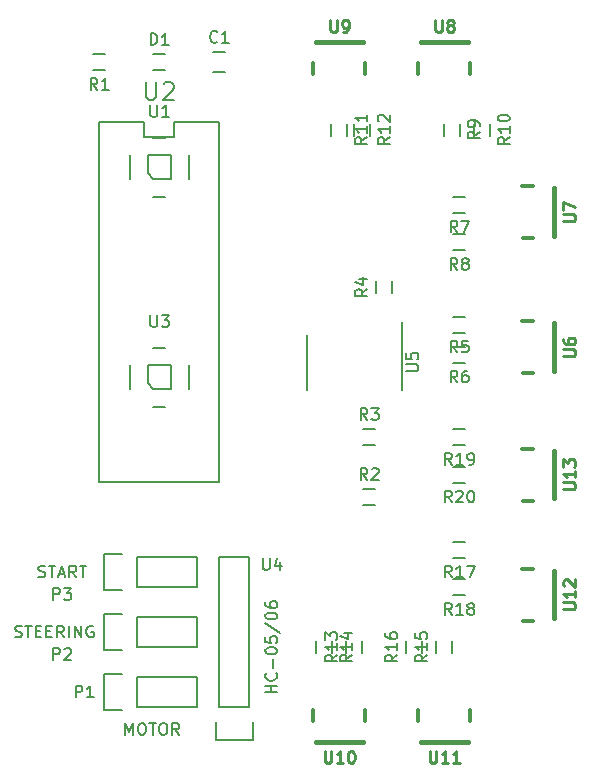
<source format=gbr>
G04 #@! TF.FileFunction,Legend,Top*
%FSLAX46Y46*%
G04 Gerber Fmt 4.6, Leading zero omitted, Abs format (unit mm)*
G04 Created by KiCad (PCBNEW 4.0.2-4+6225~38~ubuntu14.04.1-stable) date on. 13. april 2016 kl. 20.39 +0200*
%MOMM*%
G01*
G04 APERTURE LIST*
%ADD10C,0.100000*%
%ADD11C,0.150000*%
%ADD12C,0.200000*%
%ADD13C,0.381000*%
%ADD14C,0.299720*%
%ADD15C,0.250190*%
%ADD16C,0.251460*%
G04 APERTURE END LIST*
D10*
D11*
X107950000Y-95250000D02*
X107950000Y-93980000D01*
X107950000Y-93980000D02*
X104140000Y-93980000D01*
X114300000Y-93980000D02*
X110490000Y-93980000D01*
X110490000Y-93980000D02*
X110490000Y-95250000D01*
X110490000Y-95250000D02*
X107950000Y-95250000D01*
X114300000Y-93980000D02*
X114300000Y-124460000D01*
X114300000Y-124460000D02*
X104140000Y-124460000D01*
X104140000Y-124460000D02*
X104140000Y-93980000D01*
X114800000Y-88050000D02*
X113800000Y-88050000D01*
X113800000Y-89750000D02*
X114800000Y-89750000D01*
X109720000Y-89575000D02*
X108720000Y-89575000D01*
X108720000Y-88225000D02*
X109720000Y-88225000D01*
X107315000Y-143510000D02*
X112395000Y-143510000D01*
X112395000Y-143510000D02*
X112395000Y-140970000D01*
X112395000Y-140970000D02*
X107315000Y-140970000D01*
X104495000Y-140690000D02*
X106045000Y-140690000D01*
X107315000Y-140970000D02*
X107315000Y-143510000D01*
X106045000Y-143790000D02*
X104495000Y-143790000D01*
X104495000Y-143790000D02*
X104495000Y-140690000D01*
X107315000Y-138430000D02*
X112395000Y-138430000D01*
X112395000Y-138430000D02*
X112395000Y-135890000D01*
X112395000Y-135890000D02*
X107315000Y-135890000D01*
X104495000Y-135610000D02*
X106045000Y-135610000D01*
X107315000Y-135890000D02*
X107315000Y-138430000D01*
X106045000Y-138710000D02*
X104495000Y-138710000D01*
X104495000Y-138710000D02*
X104495000Y-135610000D01*
X107315000Y-133350000D02*
X112395000Y-133350000D01*
X112395000Y-133350000D02*
X112395000Y-130810000D01*
X112395000Y-130810000D02*
X107315000Y-130810000D01*
X104495000Y-130530000D02*
X106045000Y-130530000D01*
X107315000Y-130810000D02*
X107315000Y-133350000D01*
X106045000Y-133630000D02*
X104495000Y-133630000D01*
X104495000Y-133630000D02*
X104495000Y-130530000D01*
X103640000Y-88225000D02*
X104640000Y-88225000D01*
X104640000Y-89575000D02*
X103640000Y-89575000D01*
X127500000Y-126405000D02*
X126500000Y-126405000D01*
X126500000Y-125055000D02*
X127500000Y-125055000D01*
X127500000Y-121325000D02*
X126500000Y-121325000D01*
X126500000Y-119975000D02*
X127500000Y-119975000D01*
X128945000Y-107450000D02*
X128945000Y-108450000D01*
X127595000Y-108450000D02*
X127595000Y-107450000D01*
X134120000Y-110450000D02*
X135120000Y-110450000D01*
X135120000Y-111800000D02*
X134120000Y-111800000D01*
X134120000Y-112990000D02*
X135120000Y-112990000D01*
X135120000Y-114340000D02*
X134120000Y-114340000D01*
X134120000Y-100290000D02*
X135120000Y-100290000D01*
X135120000Y-101640000D02*
X134120000Y-101640000D01*
X134120000Y-103465000D02*
X135120000Y-103465000D01*
X135120000Y-104815000D02*
X134120000Y-104815000D01*
X133310000Y-95115000D02*
X133310000Y-94115000D01*
X134660000Y-94115000D02*
X134660000Y-95115000D01*
X135850000Y-95115000D02*
X135850000Y-94115000D01*
X137200000Y-94115000D02*
X137200000Y-95115000D01*
X123785000Y-95115000D02*
X123785000Y-94115000D01*
X125135000Y-94115000D02*
X125135000Y-95115000D01*
X125690000Y-95115000D02*
X125690000Y-94115000D01*
X127040000Y-94115000D02*
X127040000Y-95115000D01*
X126405000Y-137930000D02*
X126405000Y-138930000D01*
X125055000Y-138930000D02*
X125055000Y-137930000D01*
X122515000Y-138930000D02*
X122515000Y-137930000D01*
X123865000Y-137930000D02*
X123865000Y-138930000D01*
X134025000Y-137930000D02*
X134025000Y-138930000D01*
X132675000Y-138930000D02*
X132675000Y-137930000D01*
X131485000Y-137930000D02*
X131485000Y-138930000D01*
X130135000Y-138930000D02*
X130135000Y-137930000D01*
X134120000Y-129500000D02*
X135120000Y-129500000D01*
X135120000Y-130850000D02*
X134120000Y-130850000D01*
X134120000Y-132675000D02*
X135120000Y-132675000D01*
X135120000Y-134025000D02*
X134120000Y-134025000D01*
X134120000Y-119975000D02*
X135120000Y-119975000D01*
X135120000Y-121325000D02*
X134120000Y-121325000D01*
X134120000Y-123150000D02*
X135120000Y-123150000D01*
X135120000Y-124500000D02*
X134120000Y-124500000D01*
D12*
X108220000Y-96790000D02*
X110220000Y-96790000D01*
X110220000Y-96790000D02*
X110220000Y-98790000D01*
X110220000Y-98790000D02*
X108720000Y-98790000D01*
X108720000Y-98790000D02*
X108220000Y-98290000D01*
X108220000Y-98290000D02*
X108220000Y-96790000D01*
X106720000Y-96790000D02*
X106720000Y-98790000D01*
X108720000Y-100290000D02*
X109720000Y-100290000D01*
X111720000Y-96790000D02*
X111720000Y-98790000D01*
X108720000Y-95290000D02*
X109720000Y-95290000D01*
X108220000Y-114570000D02*
X110220000Y-114570000D01*
X110220000Y-114570000D02*
X110220000Y-116570000D01*
X110220000Y-116570000D02*
X108720000Y-116570000D01*
X108720000Y-116570000D02*
X108220000Y-116070000D01*
X108220000Y-116070000D02*
X108220000Y-114570000D01*
X106720000Y-114570000D02*
X106720000Y-116570000D01*
X108720000Y-118070000D02*
X109720000Y-118070000D01*
X111720000Y-114570000D02*
X111720000Y-116570000D01*
X108720000Y-113070000D02*
X109720000Y-113070000D01*
D11*
X114300000Y-143510000D02*
X114300000Y-130810000D01*
X114300000Y-130810000D02*
X116840000Y-130810000D01*
X116840000Y-130810000D02*
X116840000Y-143510000D01*
X114020000Y-146330000D02*
X114020000Y-144780000D01*
X114300000Y-143510000D02*
X116840000Y-143510000D01*
X117120000Y-144780000D02*
X117120000Y-146330000D01*
X117120000Y-146330000D02*
X114020000Y-146330000D01*
X129755000Y-111975000D02*
X129730000Y-111975000D01*
X129755000Y-116625000D02*
X129730000Y-116625000D01*
X121705000Y-116625000D02*
X121730000Y-116625000D01*
X121705000Y-111975000D02*
X121730000Y-111975000D01*
X129755000Y-111975000D02*
X129755000Y-116625000D01*
X121705000Y-111975000D02*
X121705000Y-116625000D01*
X129730000Y-111975000D02*
X129730000Y-110900000D01*
D13*
X142669260Y-111031020D02*
X142669260Y-115028980D01*
D14*
X139966700Y-110830360D02*
X140868400Y-110830360D01*
X139969240Y-115229640D02*
X140870940Y-115229640D01*
D13*
X142669260Y-99601020D02*
X142669260Y-103598980D01*
D14*
X139966700Y-99400360D02*
X140868400Y-99400360D01*
X139969240Y-103799640D02*
X140870940Y-103799640D01*
D13*
X131351020Y-87200740D02*
X135348980Y-87200740D01*
D14*
X131150360Y-89903300D02*
X131150360Y-89001600D01*
X135549640Y-89900760D02*
X135549640Y-88999060D01*
D13*
X122461020Y-87200740D02*
X126458980Y-87200740D01*
D14*
X122260360Y-89903300D02*
X122260360Y-89001600D01*
X126659640Y-89900760D02*
X126659640Y-88999060D01*
D13*
X126458980Y-146479260D02*
X122461020Y-146479260D01*
D14*
X126659640Y-143776700D02*
X126659640Y-144678400D01*
X122260360Y-143779240D02*
X122260360Y-144680940D01*
D13*
X135348980Y-146479260D02*
X131351020Y-146479260D01*
D14*
X135549640Y-143776700D02*
X135549640Y-144678400D01*
X131150360Y-143779240D02*
X131150360Y-144680940D01*
D13*
X142669260Y-131986020D02*
X142669260Y-135983980D01*
D14*
X139966700Y-131785360D02*
X140868400Y-131785360D01*
X139969240Y-136184640D02*
X140870940Y-136184640D01*
D13*
X142669260Y-121826020D02*
X142669260Y-125823980D01*
D14*
X139966700Y-121625360D02*
X140868400Y-121625360D01*
X139969240Y-126024640D02*
X140870940Y-126024640D01*
D11*
X108077143Y-90618571D02*
X108077143Y-91832857D01*
X108148571Y-91975714D01*
X108220000Y-92047143D01*
X108362857Y-92118571D01*
X108648571Y-92118571D01*
X108791429Y-92047143D01*
X108862857Y-91975714D01*
X108934286Y-91832857D01*
X108934286Y-90618571D01*
X109577143Y-90761429D02*
X109648572Y-90690000D01*
X109791429Y-90618571D01*
X110148572Y-90618571D01*
X110291429Y-90690000D01*
X110362858Y-90761429D01*
X110434286Y-90904286D01*
X110434286Y-91047143D01*
X110362858Y-91261429D01*
X109505715Y-92118571D01*
X110434286Y-92118571D01*
X114133334Y-87157143D02*
X114085715Y-87204762D01*
X113942858Y-87252381D01*
X113847620Y-87252381D01*
X113704762Y-87204762D01*
X113609524Y-87109524D01*
X113561905Y-87014286D01*
X113514286Y-86823810D01*
X113514286Y-86680952D01*
X113561905Y-86490476D01*
X113609524Y-86395238D01*
X113704762Y-86300000D01*
X113847620Y-86252381D01*
X113942858Y-86252381D01*
X114085715Y-86300000D01*
X114133334Y-86347619D01*
X115085715Y-87252381D02*
X114514286Y-87252381D01*
X114800000Y-87252381D02*
X114800000Y-86252381D01*
X114704762Y-86395238D01*
X114609524Y-86490476D01*
X114514286Y-86538095D01*
X108481905Y-87452381D02*
X108481905Y-86452381D01*
X108720000Y-86452381D01*
X108862858Y-86500000D01*
X108958096Y-86595238D01*
X109005715Y-86690476D01*
X109053334Y-86880952D01*
X109053334Y-87023810D01*
X109005715Y-87214286D01*
X108958096Y-87309524D01*
X108862858Y-87404762D01*
X108720000Y-87452381D01*
X108481905Y-87452381D01*
X110005715Y-87452381D02*
X109434286Y-87452381D01*
X109720000Y-87452381D02*
X109720000Y-86452381D01*
X109624762Y-86595238D01*
X109529524Y-86690476D01*
X109434286Y-86738095D01*
X102131905Y-142692381D02*
X102131905Y-141692381D01*
X102512858Y-141692381D01*
X102608096Y-141740000D01*
X102655715Y-141787619D01*
X102703334Y-141882857D01*
X102703334Y-142025714D01*
X102655715Y-142120952D01*
X102608096Y-142168571D01*
X102512858Y-142216190D01*
X102131905Y-142216190D01*
X103655715Y-142692381D02*
X103084286Y-142692381D01*
X103370000Y-142692381D02*
X103370000Y-141692381D01*
X103274762Y-141835238D01*
X103179524Y-141930476D01*
X103084286Y-141978095D01*
X106323095Y-145867381D02*
X106323095Y-144867381D01*
X106656429Y-145581667D01*
X106989762Y-144867381D01*
X106989762Y-145867381D01*
X107656428Y-144867381D02*
X107846905Y-144867381D01*
X107942143Y-144915000D01*
X108037381Y-145010238D01*
X108085000Y-145200714D01*
X108085000Y-145534048D01*
X108037381Y-145724524D01*
X107942143Y-145819762D01*
X107846905Y-145867381D01*
X107656428Y-145867381D01*
X107561190Y-145819762D01*
X107465952Y-145724524D01*
X107418333Y-145534048D01*
X107418333Y-145200714D01*
X107465952Y-145010238D01*
X107561190Y-144915000D01*
X107656428Y-144867381D01*
X108370714Y-144867381D02*
X108942143Y-144867381D01*
X108656428Y-145867381D02*
X108656428Y-144867381D01*
X109465952Y-144867381D02*
X109656429Y-144867381D01*
X109751667Y-144915000D01*
X109846905Y-145010238D01*
X109894524Y-145200714D01*
X109894524Y-145534048D01*
X109846905Y-145724524D01*
X109751667Y-145819762D01*
X109656429Y-145867381D01*
X109465952Y-145867381D01*
X109370714Y-145819762D01*
X109275476Y-145724524D01*
X109227857Y-145534048D01*
X109227857Y-145200714D01*
X109275476Y-145010238D01*
X109370714Y-144915000D01*
X109465952Y-144867381D01*
X110894524Y-145867381D02*
X110561190Y-145391190D01*
X110323095Y-145867381D02*
X110323095Y-144867381D01*
X110704048Y-144867381D01*
X110799286Y-144915000D01*
X110846905Y-144962619D01*
X110894524Y-145057857D01*
X110894524Y-145200714D01*
X110846905Y-145295952D01*
X110799286Y-145343571D01*
X110704048Y-145391190D01*
X110323095Y-145391190D01*
X100226905Y-139517381D02*
X100226905Y-138517381D01*
X100607858Y-138517381D01*
X100703096Y-138565000D01*
X100750715Y-138612619D01*
X100798334Y-138707857D01*
X100798334Y-138850714D01*
X100750715Y-138945952D01*
X100703096Y-138993571D01*
X100607858Y-139041190D01*
X100226905Y-139041190D01*
X101179286Y-138612619D02*
X101226905Y-138565000D01*
X101322143Y-138517381D01*
X101560239Y-138517381D01*
X101655477Y-138565000D01*
X101703096Y-138612619D01*
X101750715Y-138707857D01*
X101750715Y-138803095D01*
X101703096Y-138945952D01*
X101131667Y-139517381D01*
X101750715Y-139517381D01*
X96996667Y-137564762D02*
X97139524Y-137612381D01*
X97377620Y-137612381D01*
X97472858Y-137564762D01*
X97520477Y-137517143D01*
X97568096Y-137421905D01*
X97568096Y-137326667D01*
X97520477Y-137231429D01*
X97472858Y-137183810D01*
X97377620Y-137136190D01*
X97187143Y-137088571D01*
X97091905Y-137040952D01*
X97044286Y-136993333D01*
X96996667Y-136898095D01*
X96996667Y-136802857D01*
X97044286Y-136707619D01*
X97091905Y-136660000D01*
X97187143Y-136612381D01*
X97425239Y-136612381D01*
X97568096Y-136660000D01*
X97853810Y-136612381D02*
X98425239Y-136612381D01*
X98139524Y-137612381D02*
X98139524Y-136612381D01*
X98758572Y-137088571D02*
X99091906Y-137088571D01*
X99234763Y-137612381D02*
X98758572Y-137612381D01*
X98758572Y-136612381D01*
X99234763Y-136612381D01*
X99663334Y-137088571D02*
X99996668Y-137088571D01*
X100139525Y-137612381D02*
X99663334Y-137612381D01*
X99663334Y-136612381D01*
X100139525Y-136612381D01*
X101139525Y-137612381D02*
X100806191Y-137136190D01*
X100568096Y-137612381D02*
X100568096Y-136612381D01*
X100949049Y-136612381D01*
X101044287Y-136660000D01*
X101091906Y-136707619D01*
X101139525Y-136802857D01*
X101139525Y-136945714D01*
X101091906Y-137040952D01*
X101044287Y-137088571D01*
X100949049Y-137136190D01*
X100568096Y-137136190D01*
X101568096Y-137612381D02*
X101568096Y-136612381D01*
X102044286Y-137612381D02*
X102044286Y-136612381D01*
X102615715Y-137612381D01*
X102615715Y-136612381D01*
X103615715Y-136660000D02*
X103520477Y-136612381D01*
X103377620Y-136612381D01*
X103234762Y-136660000D01*
X103139524Y-136755238D01*
X103091905Y-136850476D01*
X103044286Y-137040952D01*
X103044286Y-137183810D01*
X103091905Y-137374286D01*
X103139524Y-137469524D01*
X103234762Y-137564762D01*
X103377620Y-137612381D01*
X103472858Y-137612381D01*
X103615715Y-137564762D01*
X103663334Y-137517143D01*
X103663334Y-137183810D01*
X103472858Y-137183810D01*
X100226905Y-134437381D02*
X100226905Y-133437381D01*
X100607858Y-133437381D01*
X100703096Y-133485000D01*
X100750715Y-133532619D01*
X100798334Y-133627857D01*
X100798334Y-133770714D01*
X100750715Y-133865952D01*
X100703096Y-133913571D01*
X100607858Y-133961190D01*
X100226905Y-133961190D01*
X101131667Y-133437381D02*
X101750715Y-133437381D01*
X101417381Y-133818333D01*
X101560239Y-133818333D01*
X101655477Y-133865952D01*
X101703096Y-133913571D01*
X101750715Y-134008810D01*
X101750715Y-134246905D01*
X101703096Y-134342143D01*
X101655477Y-134389762D01*
X101560239Y-134437381D01*
X101274524Y-134437381D01*
X101179286Y-134389762D01*
X101131667Y-134342143D01*
X98988809Y-132484762D02*
X99131666Y-132532381D01*
X99369762Y-132532381D01*
X99465000Y-132484762D01*
X99512619Y-132437143D01*
X99560238Y-132341905D01*
X99560238Y-132246667D01*
X99512619Y-132151429D01*
X99465000Y-132103810D01*
X99369762Y-132056190D01*
X99179285Y-132008571D01*
X99084047Y-131960952D01*
X99036428Y-131913333D01*
X98988809Y-131818095D01*
X98988809Y-131722857D01*
X99036428Y-131627619D01*
X99084047Y-131580000D01*
X99179285Y-131532381D01*
X99417381Y-131532381D01*
X99560238Y-131580000D01*
X99845952Y-131532381D02*
X100417381Y-131532381D01*
X100131666Y-132532381D02*
X100131666Y-131532381D01*
X100703095Y-132246667D02*
X101179286Y-132246667D01*
X100607857Y-132532381D02*
X100941190Y-131532381D01*
X101274524Y-132532381D01*
X102179286Y-132532381D02*
X101845952Y-132056190D01*
X101607857Y-132532381D02*
X101607857Y-131532381D01*
X101988810Y-131532381D01*
X102084048Y-131580000D01*
X102131667Y-131627619D01*
X102179286Y-131722857D01*
X102179286Y-131865714D01*
X102131667Y-131960952D01*
X102084048Y-132008571D01*
X101988810Y-132056190D01*
X101607857Y-132056190D01*
X102465000Y-131532381D02*
X103036429Y-131532381D01*
X102750714Y-132532381D02*
X102750714Y-131532381D01*
X103973334Y-91252381D02*
X103640000Y-90776190D01*
X103401905Y-91252381D02*
X103401905Y-90252381D01*
X103782858Y-90252381D01*
X103878096Y-90300000D01*
X103925715Y-90347619D01*
X103973334Y-90442857D01*
X103973334Y-90585714D01*
X103925715Y-90680952D01*
X103878096Y-90728571D01*
X103782858Y-90776190D01*
X103401905Y-90776190D01*
X104925715Y-91252381D02*
X104354286Y-91252381D01*
X104640000Y-91252381D02*
X104640000Y-90252381D01*
X104544762Y-90395238D01*
X104449524Y-90490476D01*
X104354286Y-90538095D01*
X126833334Y-124282381D02*
X126500000Y-123806190D01*
X126261905Y-124282381D02*
X126261905Y-123282381D01*
X126642858Y-123282381D01*
X126738096Y-123330000D01*
X126785715Y-123377619D01*
X126833334Y-123472857D01*
X126833334Y-123615714D01*
X126785715Y-123710952D01*
X126738096Y-123758571D01*
X126642858Y-123806190D01*
X126261905Y-123806190D01*
X127214286Y-123377619D02*
X127261905Y-123330000D01*
X127357143Y-123282381D01*
X127595239Y-123282381D01*
X127690477Y-123330000D01*
X127738096Y-123377619D01*
X127785715Y-123472857D01*
X127785715Y-123568095D01*
X127738096Y-123710952D01*
X127166667Y-124282381D01*
X127785715Y-124282381D01*
X126833334Y-119202381D02*
X126500000Y-118726190D01*
X126261905Y-119202381D02*
X126261905Y-118202381D01*
X126642858Y-118202381D01*
X126738096Y-118250000D01*
X126785715Y-118297619D01*
X126833334Y-118392857D01*
X126833334Y-118535714D01*
X126785715Y-118630952D01*
X126738096Y-118678571D01*
X126642858Y-118726190D01*
X126261905Y-118726190D01*
X127166667Y-118202381D02*
X127785715Y-118202381D01*
X127452381Y-118583333D01*
X127595239Y-118583333D01*
X127690477Y-118630952D01*
X127738096Y-118678571D01*
X127785715Y-118773810D01*
X127785715Y-119011905D01*
X127738096Y-119107143D01*
X127690477Y-119154762D01*
X127595239Y-119202381D01*
X127309524Y-119202381D01*
X127214286Y-119154762D01*
X127166667Y-119107143D01*
X126822381Y-108116666D02*
X126346190Y-108450000D01*
X126822381Y-108688095D02*
X125822381Y-108688095D01*
X125822381Y-108307142D01*
X125870000Y-108211904D01*
X125917619Y-108164285D01*
X126012857Y-108116666D01*
X126155714Y-108116666D01*
X126250952Y-108164285D01*
X126298571Y-108211904D01*
X126346190Y-108307142D01*
X126346190Y-108688095D01*
X126155714Y-107259523D02*
X126822381Y-107259523D01*
X125774762Y-107497619D02*
X126489048Y-107735714D01*
X126489048Y-107116666D01*
X134453334Y-113477381D02*
X134120000Y-113001190D01*
X133881905Y-113477381D02*
X133881905Y-112477381D01*
X134262858Y-112477381D01*
X134358096Y-112525000D01*
X134405715Y-112572619D01*
X134453334Y-112667857D01*
X134453334Y-112810714D01*
X134405715Y-112905952D01*
X134358096Y-112953571D01*
X134262858Y-113001190D01*
X133881905Y-113001190D01*
X135358096Y-112477381D02*
X134881905Y-112477381D01*
X134834286Y-112953571D01*
X134881905Y-112905952D01*
X134977143Y-112858333D01*
X135215239Y-112858333D01*
X135310477Y-112905952D01*
X135358096Y-112953571D01*
X135405715Y-113048810D01*
X135405715Y-113286905D01*
X135358096Y-113382143D01*
X135310477Y-113429762D01*
X135215239Y-113477381D01*
X134977143Y-113477381D01*
X134881905Y-113429762D01*
X134834286Y-113382143D01*
X134453334Y-116017381D02*
X134120000Y-115541190D01*
X133881905Y-116017381D02*
X133881905Y-115017381D01*
X134262858Y-115017381D01*
X134358096Y-115065000D01*
X134405715Y-115112619D01*
X134453334Y-115207857D01*
X134453334Y-115350714D01*
X134405715Y-115445952D01*
X134358096Y-115493571D01*
X134262858Y-115541190D01*
X133881905Y-115541190D01*
X135310477Y-115017381D02*
X135120000Y-115017381D01*
X135024762Y-115065000D01*
X134977143Y-115112619D01*
X134881905Y-115255476D01*
X134834286Y-115445952D01*
X134834286Y-115826905D01*
X134881905Y-115922143D01*
X134929524Y-115969762D01*
X135024762Y-116017381D01*
X135215239Y-116017381D01*
X135310477Y-115969762D01*
X135358096Y-115922143D01*
X135405715Y-115826905D01*
X135405715Y-115588810D01*
X135358096Y-115493571D01*
X135310477Y-115445952D01*
X135215239Y-115398333D01*
X135024762Y-115398333D01*
X134929524Y-115445952D01*
X134881905Y-115493571D01*
X134834286Y-115588810D01*
X134453334Y-103317381D02*
X134120000Y-102841190D01*
X133881905Y-103317381D02*
X133881905Y-102317381D01*
X134262858Y-102317381D01*
X134358096Y-102365000D01*
X134405715Y-102412619D01*
X134453334Y-102507857D01*
X134453334Y-102650714D01*
X134405715Y-102745952D01*
X134358096Y-102793571D01*
X134262858Y-102841190D01*
X133881905Y-102841190D01*
X134786667Y-102317381D02*
X135453334Y-102317381D01*
X135024762Y-103317381D01*
X134453334Y-106492381D02*
X134120000Y-106016190D01*
X133881905Y-106492381D02*
X133881905Y-105492381D01*
X134262858Y-105492381D01*
X134358096Y-105540000D01*
X134405715Y-105587619D01*
X134453334Y-105682857D01*
X134453334Y-105825714D01*
X134405715Y-105920952D01*
X134358096Y-105968571D01*
X134262858Y-106016190D01*
X133881905Y-106016190D01*
X135024762Y-105920952D02*
X134929524Y-105873333D01*
X134881905Y-105825714D01*
X134834286Y-105730476D01*
X134834286Y-105682857D01*
X134881905Y-105587619D01*
X134929524Y-105540000D01*
X135024762Y-105492381D01*
X135215239Y-105492381D01*
X135310477Y-105540000D01*
X135358096Y-105587619D01*
X135405715Y-105682857D01*
X135405715Y-105730476D01*
X135358096Y-105825714D01*
X135310477Y-105873333D01*
X135215239Y-105920952D01*
X135024762Y-105920952D01*
X134929524Y-105968571D01*
X134881905Y-106016190D01*
X134834286Y-106111429D01*
X134834286Y-106301905D01*
X134881905Y-106397143D01*
X134929524Y-106444762D01*
X135024762Y-106492381D01*
X135215239Y-106492381D01*
X135310477Y-106444762D01*
X135358096Y-106397143D01*
X135405715Y-106301905D01*
X135405715Y-106111429D01*
X135358096Y-106016190D01*
X135310477Y-105968571D01*
X135215239Y-105920952D01*
X136337381Y-94781666D02*
X135861190Y-95115000D01*
X136337381Y-95353095D02*
X135337381Y-95353095D01*
X135337381Y-94972142D01*
X135385000Y-94876904D01*
X135432619Y-94829285D01*
X135527857Y-94781666D01*
X135670714Y-94781666D01*
X135765952Y-94829285D01*
X135813571Y-94876904D01*
X135861190Y-94972142D01*
X135861190Y-95353095D01*
X136337381Y-94305476D02*
X136337381Y-94115000D01*
X136289762Y-94019761D01*
X136242143Y-93972142D01*
X136099286Y-93876904D01*
X135908810Y-93829285D01*
X135527857Y-93829285D01*
X135432619Y-93876904D01*
X135385000Y-93924523D01*
X135337381Y-94019761D01*
X135337381Y-94210238D01*
X135385000Y-94305476D01*
X135432619Y-94353095D01*
X135527857Y-94400714D01*
X135765952Y-94400714D01*
X135861190Y-94353095D01*
X135908810Y-94305476D01*
X135956429Y-94210238D01*
X135956429Y-94019761D01*
X135908810Y-93924523D01*
X135861190Y-93876904D01*
X135765952Y-93829285D01*
X138877381Y-95257857D02*
X138401190Y-95591191D01*
X138877381Y-95829286D02*
X137877381Y-95829286D01*
X137877381Y-95448333D01*
X137925000Y-95353095D01*
X137972619Y-95305476D01*
X138067857Y-95257857D01*
X138210714Y-95257857D01*
X138305952Y-95305476D01*
X138353571Y-95353095D01*
X138401190Y-95448333D01*
X138401190Y-95829286D01*
X138877381Y-94305476D02*
X138877381Y-94876905D01*
X138877381Y-94591191D02*
X137877381Y-94591191D01*
X138020238Y-94686429D01*
X138115476Y-94781667D01*
X138163095Y-94876905D01*
X137877381Y-93686429D02*
X137877381Y-93591190D01*
X137925000Y-93495952D01*
X137972619Y-93448333D01*
X138067857Y-93400714D01*
X138258333Y-93353095D01*
X138496429Y-93353095D01*
X138686905Y-93400714D01*
X138782143Y-93448333D01*
X138829762Y-93495952D01*
X138877381Y-93591190D01*
X138877381Y-93686429D01*
X138829762Y-93781667D01*
X138782143Y-93829286D01*
X138686905Y-93876905D01*
X138496429Y-93924524D01*
X138258333Y-93924524D01*
X138067857Y-93876905D01*
X137972619Y-93829286D01*
X137925000Y-93781667D01*
X137877381Y-93686429D01*
X126812381Y-95257857D02*
X126336190Y-95591191D01*
X126812381Y-95829286D02*
X125812381Y-95829286D01*
X125812381Y-95448333D01*
X125860000Y-95353095D01*
X125907619Y-95305476D01*
X126002857Y-95257857D01*
X126145714Y-95257857D01*
X126240952Y-95305476D01*
X126288571Y-95353095D01*
X126336190Y-95448333D01*
X126336190Y-95829286D01*
X126812381Y-94305476D02*
X126812381Y-94876905D01*
X126812381Y-94591191D02*
X125812381Y-94591191D01*
X125955238Y-94686429D01*
X126050476Y-94781667D01*
X126098095Y-94876905D01*
X126812381Y-93353095D02*
X126812381Y-93924524D01*
X126812381Y-93638810D02*
X125812381Y-93638810D01*
X125955238Y-93734048D01*
X126050476Y-93829286D01*
X126098095Y-93924524D01*
X128717381Y-95257857D02*
X128241190Y-95591191D01*
X128717381Y-95829286D02*
X127717381Y-95829286D01*
X127717381Y-95448333D01*
X127765000Y-95353095D01*
X127812619Y-95305476D01*
X127907857Y-95257857D01*
X128050714Y-95257857D01*
X128145952Y-95305476D01*
X128193571Y-95353095D01*
X128241190Y-95448333D01*
X128241190Y-95829286D01*
X128717381Y-94305476D02*
X128717381Y-94876905D01*
X128717381Y-94591191D02*
X127717381Y-94591191D01*
X127860238Y-94686429D01*
X127955476Y-94781667D01*
X128003095Y-94876905D01*
X127812619Y-93924524D02*
X127765000Y-93876905D01*
X127717381Y-93781667D01*
X127717381Y-93543571D01*
X127765000Y-93448333D01*
X127812619Y-93400714D01*
X127907857Y-93353095D01*
X128003095Y-93353095D01*
X128145952Y-93400714D01*
X128717381Y-93972143D01*
X128717381Y-93353095D01*
X124282381Y-139072857D02*
X123806190Y-139406191D01*
X124282381Y-139644286D02*
X123282381Y-139644286D01*
X123282381Y-139263333D01*
X123330000Y-139168095D01*
X123377619Y-139120476D01*
X123472857Y-139072857D01*
X123615714Y-139072857D01*
X123710952Y-139120476D01*
X123758571Y-139168095D01*
X123806190Y-139263333D01*
X123806190Y-139644286D01*
X124282381Y-138120476D02*
X124282381Y-138691905D01*
X124282381Y-138406191D02*
X123282381Y-138406191D01*
X123425238Y-138501429D01*
X123520476Y-138596667D01*
X123568095Y-138691905D01*
X123282381Y-137787143D02*
X123282381Y-137168095D01*
X123663333Y-137501429D01*
X123663333Y-137358571D01*
X123710952Y-137263333D01*
X123758571Y-137215714D01*
X123853810Y-137168095D01*
X124091905Y-137168095D01*
X124187143Y-137215714D01*
X124234762Y-137263333D01*
X124282381Y-137358571D01*
X124282381Y-137644286D01*
X124234762Y-137739524D01*
X124187143Y-137787143D01*
X125542381Y-139072857D02*
X125066190Y-139406191D01*
X125542381Y-139644286D02*
X124542381Y-139644286D01*
X124542381Y-139263333D01*
X124590000Y-139168095D01*
X124637619Y-139120476D01*
X124732857Y-139072857D01*
X124875714Y-139072857D01*
X124970952Y-139120476D01*
X125018571Y-139168095D01*
X125066190Y-139263333D01*
X125066190Y-139644286D01*
X125542381Y-138120476D02*
X125542381Y-138691905D01*
X125542381Y-138406191D02*
X124542381Y-138406191D01*
X124685238Y-138501429D01*
X124780476Y-138596667D01*
X124828095Y-138691905D01*
X124875714Y-137263333D02*
X125542381Y-137263333D01*
X124494762Y-137501429D02*
X125209048Y-137739524D01*
X125209048Y-137120476D01*
X131902381Y-139072857D02*
X131426190Y-139406191D01*
X131902381Y-139644286D02*
X130902381Y-139644286D01*
X130902381Y-139263333D01*
X130950000Y-139168095D01*
X130997619Y-139120476D01*
X131092857Y-139072857D01*
X131235714Y-139072857D01*
X131330952Y-139120476D01*
X131378571Y-139168095D01*
X131426190Y-139263333D01*
X131426190Y-139644286D01*
X131902381Y-138120476D02*
X131902381Y-138691905D01*
X131902381Y-138406191D02*
X130902381Y-138406191D01*
X131045238Y-138501429D01*
X131140476Y-138596667D01*
X131188095Y-138691905D01*
X130902381Y-137215714D02*
X130902381Y-137691905D01*
X131378571Y-137739524D01*
X131330952Y-137691905D01*
X131283333Y-137596667D01*
X131283333Y-137358571D01*
X131330952Y-137263333D01*
X131378571Y-137215714D01*
X131473810Y-137168095D01*
X131711905Y-137168095D01*
X131807143Y-137215714D01*
X131854762Y-137263333D01*
X131902381Y-137358571D01*
X131902381Y-137596667D01*
X131854762Y-137691905D01*
X131807143Y-137739524D01*
X129362381Y-139072857D02*
X128886190Y-139406191D01*
X129362381Y-139644286D02*
X128362381Y-139644286D01*
X128362381Y-139263333D01*
X128410000Y-139168095D01*
X128457619Y-139120476D01*
X128552857Y-139072857D01*
X128695714Y-139072857D01*
X128790952Y-139120476D01*
X128838571Y-139168095D01*
X128886190Y-139263333D01*
X128886190Y-139644286D01*
X129362381Y-138120476D02*
X129362381Y-138691905D01*
X129362381Y-138406191D02*
X128362381Y-138406191D01*
X128505238Y-138501429D01*
X128600476Y-138596667D01*
X128648095Y-138691905D01*
X128362381Y-137263333D02*
X128362381Y-137453810D01*
X128410000Y-137549048D01*
X128457619Y-137596667D01*
X128600476Y-137691905D01*
X128790952Y-137739524D01*
X129171905Y-137739524D01*
X129267143Y-137691905D01*
X129314762Y-137644286D01*
X129362381Y-137549048D01*
X129362381Y-137358571D01*
X129314762Y-137263333D01*
X129267143Y-137215714D01*
X129171905Y-137168095D01*
X128933810Y-137168095D01*
X128838571Y-137215714D01*
X128790952Y-137263333D01*
X128743333Y-137358571D01*
X128743333Y-137549048D01*
X128790952Y-137644286D01*
X128838571Y-137691905D01*
X128933810Y-137739524D01*
X133977143Y-132527381D02*
X133643809Y-132051190D01*
X133405714Y-132527381D02*
X133405714Y-131527381D01*
X133786667Y-131527381D01*
X133881905Y-131575000D01*
X133929524Y-131622619D01*
X133977143Y-131717857D01*
X133977143Y-131860714D01*
X133929524Y-131955952D01*
X133881905Y-132003571D01*
X133786667Y-132051190D01*
X133405714Y-132051190D01*
X134929524Y-132527381D02*
X134358095Y-132527381D01*
X134643809Y-132527381D02*
X134643809Y-131527381D01*
X134548571Y-131670238D01*
X134453333Y-131765476D01*
X134358095Y-131813095D01*
X135262857Y-131527381D02*
X135929524Y-131527381D01*
X135500952Y-132527381D01*
X133977143Y-135702381D02*
X133643809Y-135226190D01*
X133405714Y-135702381D02*
X133405714Y-134702381D01*
X133786667Y-134702381D01*
X133881905Y-134750000D01*
X133929524Y-134797619D01*
X133977143Y-134892857D01*
X133977143Y-135035714D01*
X133929524Y-135130952D01*
X133881905Y-135178571D01*
X133786667Y-135226190D01*
X133405714Y-135226190D01*
X134929524Y-135702381D02*
X134358095Y-135702381D01*
X134643809Y-135702381D02*
X134643809Y-134702381D01*
X134548571Y-134845238D01*
X134453333Y-134940476D01*
X134358095Y-134988095D01*
X135500952Y-135130952D02*
X135405714Y-135083333D01*
X135358095Y-135035714D01*
X135310476Y-134940476D01*
X135310476Y-134892857D01*
X135358095Y-134797619D01*
X135405714Y-134750000D01*
X135500952Y-134702381D01*
X135691429Y-134702381D01*
X135786667Y-134750000D01*
X135834286Y-134797619D01*
X135881905Y-134892857D01*
X135881905Y-134940476D01*
X135834286Y-135035714D01*
X135786667Y-135083333D01*
X135691429Y-135130952D01*
X135500952Y-135130952D01*
X135405714Y-135178571D01*
X135358095Y-135226190D01*
X135310476Y-135321429D01*
X135310476Y-135511905D01*
X135358095Y-135607143D01*
X135405714Y-135654762D01*
X135500952Y-135702381D01*
X135691429Y-135702381D01*
X135786667Y-135654762D01*
X135834286Y-135607143D01*
X135881905Y-135511905D01*
X135881905Y-135321429D01*
X135834286Y-135226190D01*
X135786667Y-135178571D01*
X135691429Y-135130952D01*
X133977143Y-123002381D02*
X133643809Y-122526190D01*
X133405714Y-123002381D02*
X133405714Y-122002381D01*
X133786667Y-122002381D01*
X133881905Y-122050000D01*
X133929524Y-122097619D01*
X133977143Y-122192857D01*
X133977143Y-122335714D01*
X133929524Y-122430952D01*
X133881905Y-122478571D01*
X133786667Y-122526190D01*
X133405714Y-122526190D01*
X134929524Y-123002381D02*
X134358095Y-123002381D01*
X134643809Y-123002381D02*
X134643809Y-122002381D01*
X134548571Y-122145238D01*
X134453333Y-122240476D01*
X134358095Y-122288095D01*
X135405714Y-123002381D02*
X135596190Y-123002381D01*
X135691429Y-122954762D01*
X135739048Y-122907143D01*
X135834286Y-122764286D01*
X135881905Y-122573810D01*
X135881905Y-122192857D01*
X135834286Y-122097619D01*
X135786667Y-122050000D01*
X135691429Y-122002381D01*
X135500952Y-122002381D01*
X135405714Y-122050000D01*
X135358095Y-122097619D01*
X135310476Y-122192857D01*
X135310476Y-122430952D01*
X135358095Y-122526190D01*
X135405714Y-122573810D01*
X135500952Y-122621429D01*
X135691429Y-122621429D01*
X135786667Y-122573810D01*
X135834286Y-122526190D01*
X135881905Y-122430952D01*
X133977143Y-126177381D02*
X133643809Y-125701190D01*
X133405714Y-126177381D02*
X133405714Y-125177381D01*
X133786667Y-125177381D01*
X133881905Y-125225000D01*
X133929524Y-125272619D01*
X133977143Y-125367857D01*
X133977143Y-125510714D01*
X133929524Y-125605952D01*
X133881905Y-125653571D01*
X133786667Y-125701190D01*
X133405714Y-125701190D01*
X134358095Y-125272619D02*
X134405714Y-125225000D01*
X134500952Y-125177381D01*
X134739048Y-125177381D01*
X134834286Y-125225000D01*
X134881905Y-125272619D01*
X134929524Y-125367857D01*
X134929524Y-125463095D01*
X134881905Y-125605952D01*
X134310476Y-126177381D01*
X134929524Y-126177381D01*
X135548571Y-125177381D02*
X135643810Y-125177381D01*
X135739048Y-125225000D01*
X135786667Y-125272619D01*
X135834286Y-125367857D01*
X135881905Y-125558333D01*
X135881905Y-125796429D01*
X135834286Y-125986905D01*
X135786667Y-126082143D01*
X135739048Y-126129762D01*
X135643810Y-126177381D01*
X135548571Y-126177381D01*
X135453333Y-126129762D01*
X135405714Y-126082143D01*
X135358095Y-125986905D01*
X135310476Y-125796429D01*
X135310476Y-125558333D01*
X135358095Y-125367857D01*
X135405714Y-125272619D01*
X135453333Y-125225000D01*
X135548571Y-125177381D01*
D12*
X108458095Y-92542381D02*
X108458095Y-93351905D01*
X108505714Y-93447143D01*
X108553333Y-93494762D01*
X108648571Y-93542381D01*
X108839048Y-93542381D01*
X108934286Y-93494762D01*
X108981905Y-93447143D01*
X109029524Y-93351905D01*
X109029524Y-92542381D01*
X110029524Y-93542381D02*
X109458095Y-93542381D01*
X109743809Y-93542381D02*
X109743809Y-92542381D01*
X109648571Y-92685238D01*
X109553333Y-92780476D01*
X109458095Y-92828095D01*
X108458095Y-110322381D02*
X108458095Y-111131905D01*
X108505714Y-111227143D01*
X108553333Y-111274762D01*
X108648571Y-111322381D01*
X108839048Y-111322381D01*
X108934286Y-111274762D01*
X108981905Y-111227143D01*
X109029524Y-111131905D01*
X109029524Y-110322381D01*
X109410476Y-110322381D02*
X110029524Y-110322381D01*
X109696190Y-110703333D01*
X109839048Y-110703333D01*
X109934286Y-110750952D01*
X109981905Y-110798571D01*
X110029524Y-110893810D01*
X110029524Y-111131905D01*
X109981905Y-111227143D01*
X109934286Y-111274762D01*
X109839048Y-111322381D01*
X109553333Y-111322381D01*
X109458095Y-111274762D01*
X109410476Y-111227143D01*
D11*
X117983095Y-130897381D02*
X117983095Y-131706905D01*
X118030714Y-131802143D01*
X118078333Y-131849762D01*
X118173571Y-131897381D01*
X118364048Y-131897381D01*
X118459286Y-131849762D01*
X118506905Y-131802143D01*
X118554524Y-131706905D01*
X118554524Y-130897381D01*
X119459286Y-131230714D02*
X119459286Y-131897381D01*
X119221190Y-130849762D02*
X118983095Y-131564048D01*
X119602143Y-131564048D01*
X119197381Y-142263333D02*
X118197381Y-142263333D01*
X118673571Y-142263333D02*
X118673571Y-141691904D01*
X119197381Y-141691904D02*
X118197381Y-141691904D01*
X119102143Y-140644285D02*
X119149762Y-140691904D01*
X119197381Y-140834761D01*
X119197381Y-140929999D01*
X119149762Y-141072857D01*
X119054524Y-141168095D01*
X118959286Y-141215714D01*
X118768810Y-141263333D01*
X118625952Y-141263333D01*
X118435476Y-141215714D01*
X118340238Y-141168095D01*
X118245000Y-141072857D01*
X118197381Y-140929999D01*
X118197381Y-140834761D01*
X118245000Y-140691904D01*
X118292619Y-140644285D01*
X118816429Y-140215714D02*
X118816429Y-139453809D01*
X118197381Y-138787143D02*
X118197381Y-138691904D01*
X118245000Y-138596666D01*
X118292619Y-138549047D01*
X118387857Y-138501428D01*
X118578333Y-138453809D01*
X118816429Y-138453809D01*
X119006905Y-138501428D01*
X119102143Y-138549047D01*
X119149762Y-138596666D01*
X119197381Y-138691904D01*
X119197381Y-138787143D01*
X119149762Y-138882381D01*
X119102143Y-138930000D01*
X119006905Y-138977619D01*
X118816429Y-139025238D01*
X118578333Y-139025238D01*
X118387857Y-138977619D01*
X118292619Y-138930000D01*
X118245000Y-138882381D01*
X118197381Y-138787143D01*
X118197381Y-137549047D02*
X118197381Y-138025238D01*
X118673571Y-138072857D01*
X118625952Y-138025238D01*
X118578333Y-137930000D01*
X118578333Y-137691904D01*
X118625952Y-137596666D01*
X118673571Y-137549047D01*
X118768810Y-137501428D01*
X119006905Y-137501428D01*
X119102143Y-137549047D01*
X119149762Y-137596666D01*
X119197381Y-137691904D01*
X119197381Y-137930000D01*
X119149762Y-138025238D01*
X119102143Y-138072857D01*
X118149762Y-136358571D02*
X119435476Y-137215714D01*
X118197381Y-135834762D02*
X118197381Y-135739523D01*
X118245000Y-135644285D01*
X118292619Y-135596666D01*
X118387857Y-135549047D01*
X118578333Y-135501428D01*
X118816429Y-135501428D01*
X119006905Y-135549047D01*
X119102143Y-135596666D01*
X119149762Y-135644285D01*
X119197381Y-135739523D01*
X119197381Y-135834762D01*
X119149762Y-135930000D01*
X119102143Y-135977619D01*
X119006905Y-136025238D01*
X118816429Y-136072857D01*
X118578333Y-136072857D01*
X118387857Y-136025238D01*
X118292619Y-135977619D01*
X118245000Y-135930000D01*
X118197381Y-135834762D01*
X118197381Y-134644285D02*
X118197381Y-134834762D01*
X118245000Y-134930000D01*
X118292619Y-134977619D01*
X118435476Y-135072857D01*
X118625952Y-135120476D01*
X119006905Y-135120476D01*
X119102143Y-135072857D01*
X119149762Y-135025238D01*
X119197381Y-134930000D01*
X119197381Y-134739523D01*
X119149762Y-134644285D01*
X119102143Y-134596666D01*
X119006905Y-134549047D01*
X118768810Y-134549047D01*
X118673571Y-134596666D01*
X118625952Y-134644285D01*
X118578333Y-134739523D01*
X118578333Y-134930000D01*
X118625952Y-135025238D01*
X118673571Y-135072857D01*
X118768810Y-135120476D01*
X130132381Y-115061905D02*
X130941905Y-115061905D01*
X131037143Y-115014286D01*
X131084762Y-114966667D01*
X131132381Y-114871429D01*
X131132381Y-114680952D01*
X131084762Y-114585714D01*
X131037143Y-114538095D01*
X130941905Y-114490476D01*
X130132381Y-114490476D01*
X130132381Y-113538095D02*
X130132381Y-114014286D01*
X130608571Y-114061905D01*
X130560952Y-114014286D01*
X130513333Y-113919048D01*
X130513333Y-113680952D01*
X130560952Y-113585714D01*
X130608571Y-113538095D01*
X130703810Y-113490476D01*
X130941905Y-113490476D01*
X131037143Y-113538095D01*
X131084762Y-113585714D01*
X131132381Y-113680952D01*
X131132381Y-113919048D01*
X131084762Y-114014286D01*
X131037143Y-114061905D01*
D15*
X143421705Y-113792484D02*
X144231844Y-113792484D01*
X144327154Y-113744829D01*
X144374810Y-113697173D01*
X144422465Y-113601863D01*
X144422465Y-113411242D01*
X144374810Y-113315931D01*
X144327154Y-113268276D01*
X144231844Y-113220621D01*
X143421705Y-113220621D01*
X143421705Y-112315172D02*
X143421705Y-112505793D01*
X143469360Y-112601103D01*
X143517015Y-112648758D01*
X143659981Y-112744069D01*
X143850602Y-112791724D01*
X144231844Y-112791724D01*
X144327154Y-112744069D01*
X144374810Y-112696414D01*
X144422465Y-112601103D01*
X144422465Y-112410482D01*
X144374810Y-112315172D01*
X144327154Y-112267516D01*
X144231844Y-112219861D01*
X143993568Y-112219861D01*
X143898257Y-112267516D01*
X143850602Y-112315172D01*
X143802947Y-112410482D01*
X143802947Y-112601103D01*
X143850602Y-112696414D01*
X143898257Y-112744069D01*
X143993568Y-112791724D01*
D16*
D15*
X143421705Y-102362484D02*
X144231844Y-102362484D01*
X144327154Y-102314829D01*
X144374810Y-102267173D01*
X144422465Y-102171863D01*
X144422465Y-101981242D01*
X144374810Y-101885931D01*
X144327154Y-101838276D01*
X144231844Y-101790621D01*
X143421705Y-101790621D01*
X143421705Y-101409379D02*
X143421705Y-100742206D01*
X144422465Y-101171103D01*
D16*
D15*
X132587516Y-85352225D02*
X132587516Y-86162364D01*
X132635171Y-86257674D01*
X132682827Y-86305330D01*
X132778137Y-86352985D01*
X132968758Y-86352985D01*
X133064069Y-86305330D01*
X133111724Y-86257674D01*
X133159379Y-86162364D01*
X133159379Y-85352225D01*
X133778897Y-85781122D02*
X133683586Y-85733467D01*
X133635931Y-85685811D01*
X133588276Y-85590501D01*
X133588276Y-85542846D01*
X133635931Y-85447535D01*
X133683586Y-85399880D01*
X133778897Y-85352225D01*
X133969518Y-85352225D01*
X134064828Y-85399880D01*
X134112484Y-85447535D01*
X134160139Y-85542846D01*
X134160139Y-85590501D01*
X134112484Y-85685811D01*
X134064828Y-85733467D01*
X133969518Y-85781122D01*
X133778897Y-85781122D01*
X133683586Y-85828777D01*
X133635931Y-85876432D01*
X133588276Y-85971743D01*
X133588276Y-86162364D01*
X133635931Y-86257674D01*
X133683586Y-86305330D01*
X133778897Y-86352985D01*
X133969518Y-86352985D01*
X134064828Y-86305330D01*
X134112484Y-86257674D01*
X134160139Y-86162364D01*
X134160139Y-85971743D01*
X134112484Y-85876432D01*
X134064828Y-85828777D01*
X133969518Y-85781122D01*
D16*
D15*
X123697516Y-85352225D02*
X123697516Y-86162364D01*
X123745171Y-86257674D01*
X123792827Y-86305330D01*
X123888137Y-86352985D01*
X124078758Y-86352985D01*
X124174069Y-86305330D01*
X124221724Y-86257674D01*
X124269379Y-86162364D01*
X124269379Y-85352225D01*
X124793586Y-86352985D02*
X124984207Y-86352985D01*
X125079518Y-86305330D01*
X125127173Y-86257674D01*
X125222484Y-86114709D01*
X125270139Y-85924088D01*
X125270139Y-85542846D01*
X125222484Y-85447535D01*
X125174828Y-85399880D01*
X125079518Y-85352225D01*
X124888897Y-85352225D01*
X124793586Y-85399880D01*
X124745931Y-85447535D01*
X124698276Y-85542846D01*
X124698276Y-85781122D01*
X124745931Y-85876432D01*
X124793586Y-85924088D01*
X124888897Y-85971743D01*
X125079518Y-85971743D01*
X125174828Y-85924088D01*
X125222484Y-85876432D01*
X125270139Y-85781122D01*
D16*
D15*
X123220964Y-147231705D02*
X123220964Y-148041844D01*
X123268619Y-148137154D01*
X123316275Y-148184810D01*
X123411585Y-148232465D01*
X123602206Y-148232465D01*
X123697517Y-148184810D01*
X123745172Y-148137154D01*
X123792827Y-148041844D01*
X123792827Y-147231705D01*
X124793587Y-148232465D02*
X124221724Y-148232465D01*
X124507655Y-148232465D02*
X124507655Y-147231705D01*
X124412345Y-147374670D01*
X124317034Y-147469981D01*
X124221724Y-147517636D01*
X125413105Y-147231705D02*
X125508416Y-147231705D01*
X125603726Y-147279360D01*
X125651381Y-147327015D01*
X125699037Y-147422326D01*
X125746692Y-147612947D01*
X125746692Y-147851223D01*
X125699037Y-148041844D01*
X125651381Y-148137154D01*
X125603726Y-148184810D01*
X125508416Y-148232465D01*
X125413105Y-148232465D01*
X125317795Y-148184810D01*
X125270139Y-148137154D01*
X125222484Y-148041844D01*
X125174829Y-147851223D01*
X125174829Y-147612947D01*
X125222484Y-147422326D01*
X125270139Y-147327015D01*
X125317795Y-147279360D01*
X125413105Y-147231705D01*
D16*
D15*
X132110964Y-147231705D02*
X132110964Y-148041844D01*
X132158619Y-148137154D01*
X132206275Y-148184810D01*
X132301585Y-148232465D01*
X132492206Y-148232465D01*
X132587517Y-148184810D01*
X132635172Y-148137154D01*
X132682827Y-148041844D01*
X132682827Y-147231705D01*
X133683587Y-148232465D02*
X133111724Y-148232465D01*
X133397655Y-148232465D02*
X133397655Y-147231705D01*
X133302345Y-147374670D01*
X133207034Y-147469981D01*
X133111724Y-147517636D01*
X134636692Y-148232465D02*
X134064829Y-148232465D01*
X134350760Y-148232465D02*
X134350760Y-147231705D01*
X134255450Y-147374670D01*
X134160139Y-147469981D01*
X134064829Y-147517636D01*
D16*
D15*
X143421705Y-135224036D02*
X144231844Y-135224036D01*
X144327154Y-135176381D01*
X144374810Y-135128725D01*
X144422465Y-135033415D01*
X144422465Y-134842794D01*
X144374810Y-134747483D01*
X144327154Y-134699828D01*
X144231844Y-134652173D01*
X143421705Y-134652173D01*
X144422465Y-133651413D02*
X144422465Y-134223276D01*
X144422465Y-133937345D02*
X143421705Y-133937345D01*
X143564670Y-134032655D01*
X143659981Y-134127966D01*
X143707636Y-134223276D01*
X143517015Y-133270171D02*
X143469360Y-133222516D01*
X143421705Y-133127205D01*
X143421705Y-132888929D01*
X143469360Y-132793619D01*
X143517015Y-132745963D01*
X143612326Y-132698308D01*
X143707636Y-132698308D01*
X143850602Y-132745963D01*
X144422465Y-133317826D01*
X144422465Y-132698308D01*
D16*
D15*
X143421705Y-125064036D02*
X144231844Y-125064036D01*
X144327154Y-125016381D01*
X144374810Y-124968725D01*
X144422465Y-124873415D01*
X144422465Y-124682794D01*
X144374810Y-124587483D01*
X144327154Y-124539828D01*
X144231844Y-124492173D01*
X143421705Y-124492173D01*
X144422465Y-123491413D02*
X144422465Y-124063276D01*
X144422465Y-123777345D02*
X143421705Y-123777345D01*
X143564670Y-123872655D01*
X143659981Y-123967966D01*
X143707636Y-124063276D01*
X143421705Y-123157826D02*
X143421705Y-122538308D01*
X143802947Y-122871895D01*
X143802947Y-122728929D01*
X143850602Y-122633619D01*
X143898257Y-122585963D01*
X143993568Y-122538308D01*
X144231844Y-122538308D01*
X144327154Y-122585963D01*
X144374810Y-122633619D01*
X144422465Y-122728929D01*
X144422465Y-123014861D01*
X144374810Y-123110171D01*
X144327154Y-123157826D01*
D16*
M02*

</source>
